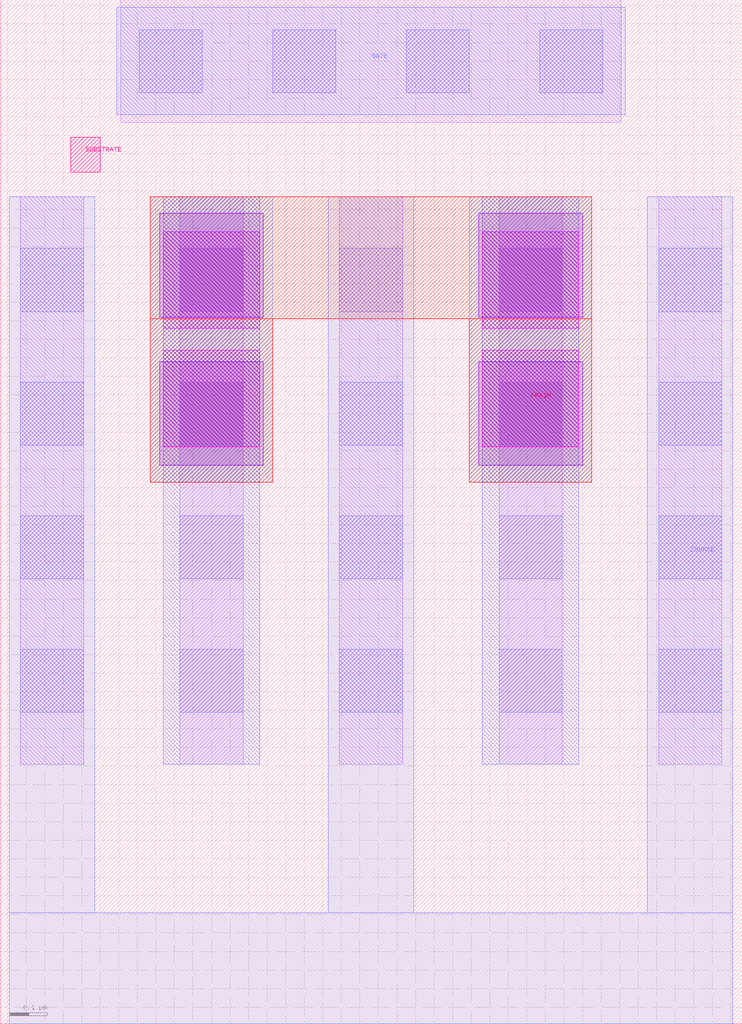
<source format=lef>
# Copyright 2020 The SkyWater PDK Authors
#
# Licensed under the Apache License, Version 2.0 (the "License");
# you may not use this file except in compliance with the License.
# You may obtain a copy of the License at
#
#     https://www.apache.org/licenses/LICENSE-2.0
#
# Unless required by applicable law or agreed to in writing, software
# distributed under the License is distributed on an "AS IS" BASIS,
# WITHOUT WARRANTIES OR CONDITIONS OF ANY KIND, either express or implied.
# See the License for the specific language governing permissions and
# limitations under the License.
#
# SPDX-License-Identifier: Apache-2.0

VERSION 5.7 ;
  NOWIREEXTENSIONATPIN ON ;
  DIVIDERCHAR "/" ;
  BUSBITCHARS "[]" ;
MACRO sky130_fd_pr__rf_nfet_01v8_lvt_aF04W1p65L0p15
  CLASS BLOCK ;
  FOREIGN sky130_fd_pr__rf_nfet_01v8_lvt_aF04W1p65L0p15 ;
  ORIGIN -0.180000  0.445000 ;
  SIZE  2.000000 BY  2.760000 ;
  PIN DRAIN
    ANTENNADIFFAREA  0.924000 ;
    PORT
      LAYER met3 ;
        RECT 0.585000 1.015000 0.915000 1.455000 ;
        RECT 0.585000 1.455000 1.775000 1.785000 ;
        RECT 1.445000 1.015000 1.775000 1.455000 ;
    END
  END DRAIN
  PIN GATE
    ANTENNAGATEAREA  0.990000 ;
    PORT
      LAYER met1 ;
        RECT 0.495000 2.005000 1.865000 2.295000 ;
    END
  END GATE
  PIN SOURCE
    ANTENNADIFFAREA  1.386000 ;
    PORT
      LAYER met1 ;
        RECT 0.205000 -0.445000 2.155000 -0.145000 ;
        RECT 0.205000 -0.145000 0.435000  1.785000 ;
        RECT 1.065000 -0.145000 1.295000  1.785000 ;
        RECT 1.925000 -0.145000 2.155000  1.785000 ;
    END
  END SOURCE
  PIN SUBSTRATE
    PORT
      LAYER pwell ;
        RECT 0.370000 1.850000 0.450000 1.945000 ;
    END
  END SUBSTRATE
  OBS
    LAYER li1 ;
      RECT 0.235000 0.255000 0.405000 1.785000 ;
      RECT 0.505000 1.985000 1.855000 2.315000 ;
      RECT 0.665000 0.255000 0.835000 1.785000 ;
      RECT 1.095000 0.255000 1.265000 1.785000 ;
      RECT 1.525000 0.255000 1.695000 1.785000 ;
      RECT 1.955000 0.255000 2.125000 1.785000 ;
    LAYER mcon ;
      RECT 0.235000 0.395000 0.405000 0.565000 ;
      RECT 0.235000 0.755000 0.405000 0.925000 ;
      RECT 0.235000 1.115000 0.405000 1.285000 ;
      RECT 0.235000 1.475000 0.405000 1.645000 ;
      RECT 0.555000 2.065000 0.725000 2.235000 ;
      RECT 0.665000 0.395000 0.835000 0.565000 ;
      RECT 0.665000 0.755000 0.835000 0.925000 ;
      RECT 0.665000 1.115000 0.835000 1.285000 ;
      RECT 0.665000 1.475000 0.835000 1.645000 ;
      RECT 0.915000 2.065000 1.085000 2.235000 ;
      RECT 1.095000 0.395000 1.265000 0.565000 ;
      RECT 1.095000 0.755000 1.265000 0.925000 ;
      RECT 1.095000 1.115000 1.265000 1.285000 ;
      RECT 1.095000 1.475000 1.265000 1.645000 ;
      RECT 1.275000 2.065000 1.445000 2.235000 ;
      RECT 1.525000 0.395000 1.695000 0.565000 ;
      RECT 1.525000 0.755000 1.695000 0.925000 ;
      RECT 1.525000 1.115000 1.695000 1.285000 ;
      RECT 1.525000 1.475000 1.695000 1.645000 ;
      RECT 1.635000 2.065000 1.805000 2.235000 ;
      RECT 1.955000 0.395000 2.125000 0.565000 ;
      RECT 1.955000 0.755000 2.125000 0.925000 ;
      RECT 1.955000 1.115000 2.125000 1.285000 ;
      RECT 1.955000 1.475000 2.125000 1.645000 ;
    LAYER met1 ;
      RECT 0.620000 0.255000 0.880000 1.785000 ;
      RECT 1.480000 0.255000 1.740000 1.785000 ;
    LAYER met2 ;
      RECT 0.585000 1.015000 0.915000 1.785000 ;
      RECT 1.445000 1.015000 1.775000 1.785000 ;
    LAYER via ;
      RECT 0.620000 1.110000 0.880000 1.370000 ;
      RECT 0.620000 1.430000 0.880000 1.690000 ;
      RECT 1.480000 1.110000 1.740000 1.370000 ;
      RECT 1.480000 1.430000 1.740000 1.690000 ;
    LAYER via2 ;
      RECT 0.610000 1.060000 0.890000 1.340000 ;
      RECT 0.610000 1.460000 0.890000 1.740000 ;
      RECT 1.470000 1.060000 1.750000 1.340000 ;
      RECT 1.470000 1.460000 1.750000 1.740000 ;
  END
END sky130_fd_pr__rf_nfet_01v8_lvt_aF04W1p65L0p15
END LIBRARY

</source>
